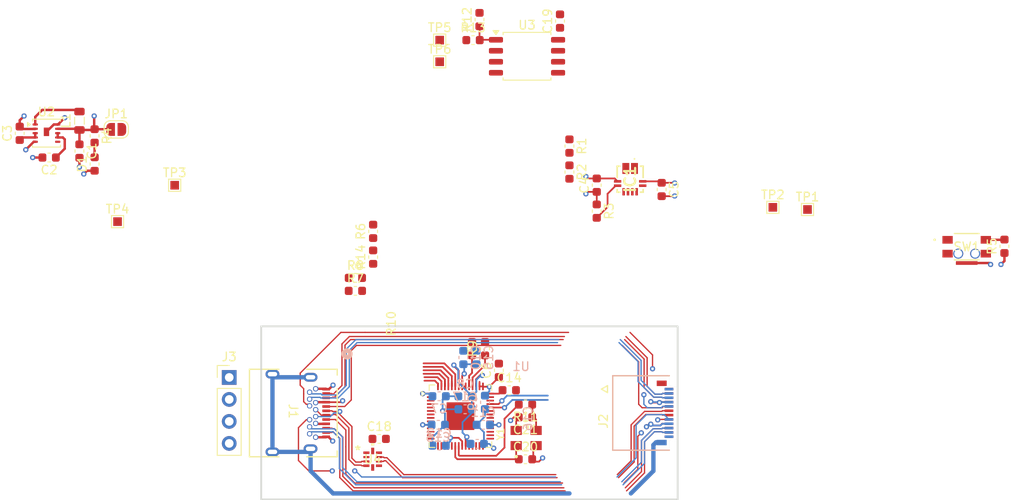
<source format=kicad_pcb>
(kicad_pcb (version 20241229) (generator "pcbnew") (generator_version "9.0")
  (layers (0 "F.Cu" signal) (4 "In1.Cu" signal) (6 "In2.Cu" signal) (2 "B.Cu" signal) (13 "F.Paste" user) (15 "B.Paste" user) (5 "F.SilkS" user "F.Silkscreen") (7 "B.SilkS" user "B.Silkscreen") (1 "F.Mask" user) (3 "B.Mask" user) (25 "Edge.Cuts" user))
  (net 0 "")
  (net 1 "/Vout")
  (net 2 "GND")
  (net 3 "VBUS_SRC")
  (net 4 "Net-(U2-FSW)")
  (net 5 "+3.3V")
  (net 6 "Net-(D1-A)")
  (net 7 "Net-(IC1-~{OCD})")
  (net 11 "VBUS_DEV")
  (net 12 "/Vcurr")
  (net 14 "/SDA")
  (net 15 "/SCL")
  (net 16 "Net-(U2-VOUT)")
  (net 17 "/Vmeas")
  (net 18 "/button1")
  (net 19 "/USB_S")
  (net 20 "/RP_D-")
  (net 21 "/RP_D+")
  (net 26 "/XIN")
  (net 31 "Net-(C21-Pad1)")
  (net 37 "Net-(U1-USB_DM)")
  (net 38 "Net-(U1-USB_DP)")
  (net 39 "/XOUT")
  (net 49 "/QSPI_SS")
  (net 50 "Net-(R13-Pad1)")
  (net 51 "/QSPI_SD0")
  (net 59 "/DEV_D-")
  (net 60 "/D-")
  (net 61 "/D+")
  (net 62 "/DEV_D+")
  (net 63 "/TX1+")
  (net 64 "/TX2+")
  (net 65 "/CC2")
  (net 66 "/RX1+")
  (net 67 "/RX2-")
  (net 68 "/CC1")
  (net 69 "/SBU1")
  (net 70 "/RX2+")
  (net 71 "/SBU2")
  (net 72 "/TX1-")
  (net 73 "/RX1-")
  (net 74 "/TX2-")
  (net 80 "/USB_Shield")
  (net 81 "/DVDD")
  (net 82 "/QSPI_SCLK")
  (net 83 "/QSPI_SD1")
  (net 84 "/QSPI_SD3")
  (net 85 "/QSPI_SD2")
  (footprint "Capacitor_SMD:C_0603_1608Metric" (layer "F.Cu") (at 157.525 103.35)
    (property "Reference" "C20")
    (property "Value" "15pF")
  )
  (footprint "MCS1826GQTE-05-P:MCS1826GQTE05P" (layer "F.Cu") (at 169.614762 71 -90)
    (property "Reference" "IC1")
    (property "Value" "MCS1826GQTE-05-P" (hide yes))
  )
  (footprint "Capacitor_SMD:C_0603_1608Metric" (layer "F.Cu") (at 106 67.75 -90)
    (property "Reference" "C1")
    (property "Value" "2.2uF")
  )
  (footprint "TS3USB221AQRSERQ1:RSE10" (layer "F.Cu") (at 139.8726 103.35)
    (property "Reference" "U4")
    (property "Value" "TS3USB221AQRSERQ1")
  )
  (footprint "ABM8-272-T3:XTAL_ABM8-272-T3" (layer "F.Cu") (at 157.6 100.9 90)
    (property "Reference" "Y1")
    (property "Value" "ABM8-272-T3")
  )
  (footprint "Connector_PinHeader_2.54mm:PinHeader_1x04_P2.54mm_Vertical" (layer "F.Cu") (at 123.3 93.9)
    (property "Reference" "J3")
    (property "Value" "OLED")
  )
  (footprint "TestPoint:TestPoint_Pad_1.0x1.0mm" (layer "F.Cu") (at 186.1 74.25)
    (property "Reference" "TP2")
    (property "Value" "TestPoint")
  )
  (footprint "TestPoint:TestPoint_Pad_1.0x1.0mm" (layer "F.Cu") (at 110.4 75.9)
    (property "Reference" "TP4")
    (property "Value" "TestPoint")
  )
  (footprint "KMS231GPLFS:SMT_231GPLFS" (layer "F.Cu") (at 208.4919 78.801252)
    (property "Reference" "SW1")
    (property "Value" "SW_Push_Dual")
  )
  (footprint "TestPoint:TestPoint_Pad_1.0x1.0mm" (layer "F.Cu") (at 147.6125 54.935)
    (property "Reference" "TP5")
    (property "Value" "TestPoint")
  )
  (footprint "Capacitor_SMD:C_0603_1608Metric" (layer "F.Cu") (at 107.75 69.25 90)
    (property "Reference" "D1")
    (property "Value" "LED")
  )
  (footprint "Capacitor_SMD:C_0603_1608Metric" (layer "F.Cu") (at 139.925 80 90)
    (property "Reference" "R14")
    (property "Value" "DNF")
  )
  (footprint "Jumper:SolderJumper-2_P1.3mm_Open_RoundedPad1.0x1.5mm" (layer "F.Cu") (at 110.25 65.25)
    (property "Reference" "JP1")
    (property "Value" "SJ_NO")
  )
  (footprint "Capacitor_SMD:C_0603_1608Metric" (layer "F.Cu") (at 162.6 70.175 -90)
    (property "Reference" "R2")
    (property "Value" "2.2kR")
  )
  (footprint "Package_DFN_QFN:ST_DFN-10-1EP_3x3mm_P0.5mm_EP0.62x0.98mm" (layer "F.Cu") (at 102.19 65.68)
    (property "Reference" "U2")
    (property "Value" "L7983PU33R")
  )
  (footprint "Capacitor_SMD:C_0603_1608Metric" (layer "F.Cu") (at 151.4625 54.935)
    (property "Reference" "R13")
    (property "Value" "1kR")
  )
  (footprint "USB4056-03-A:CONN24_4056-03-A_GCT" (layer "F.Cu") (at 134.5 95.259306 -90)
    (property "Reference" "J1")
    (property "Value" "USB_C_Receptacle")
  )
  (footprint "Inductor_SMD:L_0805_2012Metric" (layer "F.Cu") (at 106 64.25 90)
    (property "Reference" "L1")
    (property "Value" "47uH")
  )
  (footprint "TestPoint:TestPoint_Pad_1.0x1.0mm" (layer "F.Cu") (at 190.1 74.5)
    (property "Reference" "TP1")
    (property "Value" "TestPoint")
  )
  (footprint "Capacitor_SMD:C_0603_1608Metric" (layer "F.Cu") (at 151.35 90.575 90)
    (property "Reference" "R10")
    (property "Value" "27")
  )
  (footprint "Capacitor_SMD:C_0603_1608Metric" (layer "F.Cu") (at 102.5 68.5 180)
    (property "Reference" "C2")
    (property "Value" "1uF")
  )
  (footprint "Capacitor_SMD:C_0603_1608Metric" (layer "F.Cu") (at 155.65 95.375)
    (property "Reference" "C14")
    (property "Value" "100nF")
  )
  (footprint "TestPoint:TestPoint_Pad_1.0x1.0mm" (layer "F.Cu") (at 117 71.7)
    (property "Reference" "TP3")
    (property "Value" "TestPoint")
  )
  (footprint "Capacitor_SMD:C_0603_1608Metric" (layer "F.Cu") (at 161.5125 52.735 90)
    (property "Reference" "C19")
    (property "Value" "100nF")
  )
  (footprint "TestPoint:TestPoint_Pad_1.0x1.0mm" (layer "F.Cu") (at 147.6125 57.435)
    (property "Reference" "TP6")
    (property "Value" "TestPoint")
  )
  (footprint "538-105444-0011:MOLEX_1054440011" (layer "F.Cu") (at 175.1 98 90)
    (property "Reference" "J2")
    (property "Value" "USB_C_Plug")
    (fp_line (start 4.3 -2) (end 4.3 -1.26) (stroke (width 0.01)) (layer "Edge.Cuts"))
    (fp_line (start -4.3 -1.26) (end -4.3 -2.025) (stroke (width 0.01)) (layer "Edge.Cuts"))
    (fp_line (start 4 -0.96) (end 3.35 -0.96) (stroke (width 0.01)) (layer "Edge.Cuts"))
    (fp_line (start -3.35 -0.96) (end -4 -0.96) (stroke (width 0.01)) (layer "Edge.Cuts"))
    (fp_line (start 3.05 -0.66) (end 3.05 -0.3) (stroke (width 0.01)) (layer "Edge.Cuts"))
    (fp_line (start -3.05 -0.3) (end -3.05 -0.66) (stroke (width 0.01)) (layer "Edge.Cuts"))
    (fp_line (start 2.75 0) (end -2.75 0) (stroke (width 0.01)) (layer "Edge.Cuts"))
    (fp_arc (start 4.3 -1.26) (mid 4.212132 -1.047868) (end 4 -0.96) (stroke (width 0.01)) (layer "Edge.Cuts"))
    (fp_arc (start -3.35 -0.96) (mid -3.137868 -0.872132) (end -3.05 -0.66) (stroke (width 0.01)) (layer "Edge.Cuts"))
    (fp_arc (start -4 -0.96) (mid -4.212132 -1.047868) (end -4.3 -1.26) (stroke (width 0.01)) (layer "Edge.Cuts"))
    (fp_arc (start 3.05 -0.66) (mid 3.137868 -0.872132) (end 3.35 -0.96) (stroke (width 0.01)) (layer "Edge.Cuts"))
    (fp_arc (start 3.05 -0.3) (mid 2.962132 -0.087868) (end 2.75 0) (stroke (width 0.01)) (layer "Edge.Cuts"))
    (fp_arc (start -2.75 0) (mid -2.962132 -0.087868) (end -3.05 -0.3) (stroke (width 0.01)) (layer "Edge.Cuts"))
  )
  (footprint "Capacitor_SMD:C_0603_1608Metric" (layer "F.Cu") (at 137.875 83.9)
    (property "Reference" "R7")
    (property "Value" "2.2kR")
  )
  (footprint "Capacitor_SMD:C_0603_1608Metric" (layer "F.Cu") (at 139.925 77.025 90)
    (property "Reference" "R6")
    (property "Value" "2.2kR")
  )
  (footprint "Capacitor_SMD:C_0603_1608Metric" (layer "F.Cu") (at 140.625 101)
    (property "Reference" "C18")
    (property "Value" "1uF")
  )
  (footprint "Capacitor_SMD:C_0603_1608Metric" (layer "F.Cu") (at 212.85 78.75 90)
    (property "Reference" "R5")
    (property "Value" "2.2kR")
  )
  (footprint "Capacitor_SMD:C_0603_1608Metric" (layer "F.Cu") (at 157.525 98.5 180)
    (property "Reference" "C21")
    (property "Value" "15pF")
  )
  (footprint "Capacitor_SMD:C_0603_1608Metric" (layer "F.Cu") (at 165.754762 71.69 90)
    (property "Reference" "C4")
    (property "Value" "100nF")
  )
  (footprint "Capacitor_SMD:C_0603_1608Metric" (layer "F.Cu") (at 152.85 90.575 90)
    (property "Reference" "R9")
    (property "Value" "27")
  )
  (footprint "Capacitor_SMD:C_0603_1608Metric" (layer "F.Cu") (at 157.525 97.025 180)
    (property "Reference" "R11")
    (property "Value" "1kR")
  )
  (footprint "Package_DFN_QFN:QFN-56-1EP_7x7mm_P0.4mm_EP3.2x3.2mm" (layer "F.Cu") (at 150.0125 98.375)
    (property "Reference" "U1")
    (property "Value" "RP2040")
  )
  (footprint "Capacitor_SMD:C_0603_1608Metric" (layer "F.Cu") (at 107.75 66 -90)
    (property "Reference" "R4")
    (property "Value" "500R")
  )
  (footprint "Capacitor_SMD:C_0603_1608Metric" (layer "F.Cu") (at 173.254762 72.19 -90)
    (property "Reference" "C5")
    (property "Value" "1uF")
  )
  (footprint "Capacitor_SMD:C_0603_1608Metric" (layer "F.Cu") (at 137.875 82.4)
    (property "Reference" "R8")
    (property "Value" "2.2kR")
  )
  (footprint "Capacitor_SMD:C_0603_1608Metric" (layer "F.Cu") (at 162.6 67.175 -90)
    (property "Reference" "R1")
    (property "Value" "32kR")
  )
  (footprint "Package_SO:SOIC-8_5.3x5.3mm_P1.27mm" (layer "F.Cu") (at 157.7 56.8)
    (property "Reference" "U3")
    (property "Value" "W25Q16JVSS")
  )
  (footprint "Capacitor_SMD:C_0603_1608Metric" (layer "F.Cu") (at 165.754762 74.69 -90)
    (property "Reference" "R3")
    (property "Value" "2.2kR")
  )
  (footprint "Capacitor_SMD:C_0603_1608Metric" (layer "F.Cu") (at 154.45 93.075 90)
    (property "Reference" "C6")
    (property "Value" "100nF")
  )
  (footprint "Capacitor_SMD:C_0603_1608Metric" (layer "F.Cu") (at 152.2125 52.56 90)
    (property "Reference" "R12")
    (property "Value" "DNF")
  )
  (footprint "Capacitor_SMD:C_0603_1608Metric" (layer "F.Cu") (at 99.1 65.7 90)
    (property "Reference" "C3")
    (property "Value" "470nF")
  )
  (footprint "Capacitor_SMD:C_0603_1608Metric" (layer "B.Cu") (at 150.55 96.075 180)
    (property "Reference" "C8")
    (property "Value" "100nF")
  )
  (footprint "Capacitor_SMD:C_0603_1608Metric" (layer "B.Cu") (at 147.55 101.775 180)
    (property "Reference" "C12")
    (property "Value" "100nF")
  )
  (footprint "Capacitor_SMD:C_0603_1608Metric" (layer "B.Cu") (at 152.65 99.375 180)
    (property "Reference" "C11")
    (property "Value" "100nF")
  )
  (footprint "Capacitor_SMD:C_0603_1608Metric" (layer "B.Cu") (at 147.45 99.375)
    (property "Reference" "C13")
    (property "Value" "100nF")
  )
  (footprint "Capacitor_SMD:C_0603_1608Metric" (layer "B.Cu") (at 147.55 96.075)
    (property "Reference" "C7")
    (property "Value" "100nF")
  )
  (footprint "Capacitor_SMD:C_0603_1608Metric" (layer "B.Cu") (at 151.85 91.6 90)
    (property "Reference" "C15")
    (property "Value" "100nF")
  )
  (footprint "Capacitor_SMD:C_0603_1608Metric" (layer "B.Cu") (at 151.95 101.575)
    (property "Reference" "C16")
    (property "Value" "100nF")
  )
  (footprint "Capacitor_SMD:C_0603_1608Metric" (layer "B.Cu") (at 150.55 97.575 180)
    (property "Reference" "C17")
    (property "Value" "1uF")
  )
  (footprint "Capacitor_SMD:C_0603_1608Metric" (layer "B.Cu") (at 150.35 91.6 90)
    (property "Reference" "C10")
    (property "Value" "100nF")
  )
  (footprint "Capacitor_SMD:C_0603_1608Metric" (layer "B.Cu") (at 152.85 96.775 -90)
    (property "Reference" "C9")
    (property "Value" "1uF")
  )
  (gr_rect (start 127 88) (end 175.1 108) (stroke (width 0.2)) (fill no) (layer "Edge.Cuts"))
  (segment (start 107.7 65.175) (end 107.75 65.225) (width 0.28) (layer "F.Cu") (net 1))
  (segment (start 100.72 66.68) (end 99.8 67.6) (width 0.28) (layer "F.Cu") (net 1))
  (segment (start 105.8675 65.18) (end 106 65.3125) (width 0.28) (layer "F.Cu") (net 1))
  (segment (start 106 65.3125) (end 106 66.975) (width 0.28) (layer "F.Cu") (net 1))
  (segment (start 100.89 66.68) (end 100.72 66.68) (width 0.28) (layer "F.Cu") (net 1))
  (segment (start 107.75 65.225) (end 109.575 65.225) (width 0.28) (layer "F.Cu") (net 1))
  (segment (start 106 65.3125) (end 107.6625 65.3125) (width 0.28) (layer "F.Cu") (net 1))
  (segment (start 103.49 65.18) (end 105.8675 65.18) (width 0.28) (layer "F.Cu") (net 1))
  (segment (start 109.575 65.225) (end 109.6 65.25) (width 0.28) (layer "F.Cu") (net 1))
  (segment (start 107.7 63.7) (end 107.7 65.175) (width 0.28) (layer "F.Cu") (net 1))
  (segment (start 107.6625 65.3125) (end 107.75 65.225) (width 0.28) (layer "F.Cu") (net 1))
  (via (at 99.8 67.6) (size 0.6) (drill 0.3) (layers "F.Cu" "B.Cu") (net 1))
  (via (at 107.7 63.7) (size 0.6) (drill 0.3) (layers "F.Cu" "B.Cu") (net 1))
  (segment (start 99.1 64.925) (end 99.1 64.2) (width 0.28) (layer "F.Cu") (net 2))
  (segment (start 173.254762 72.965) (end 174.729762 72.965) (width 0.2) (layer "F.Cu") (net 2))
  (segment (start 133.285 95.209806) (end 134.4505 95.209806) (width 0.28) (layer "F.Cu") (net 2))
  (segment (start 156.45 98.825) (end 156.775 98.5) (width 0.2) (layer "F.Cu") (net 2))
  (segment (start 133.285 100.810192) (end 134.4505 100.810192) (width 0.28) (layer "F.Cu") (net 2))
  (segment (start 100.87 65.2) (end 100.89 65.18) (width 0.28) (layer "F.Cu") (net 2))
  (segment (start 164.729762 70.915) (end 164.504762 70.69) (width 0.2) (layer "F.Cu") (net 2))
  (segment (start 103.52 64.68) (end 104.3 63.9) (width 0.28) (layer "F.Cu") (net 2))
  (segment (start 99.1 64.2) (end 99.6 63.7) (width 0.28) (layer "F.Cu") (net 2))
  (segment (start 167.829762 70.915) (end 168.164762 71.25) (width 0.2) (layer "F.Cu") (net 2))
  (segment (start 103.49 64.68) (end 103.04 64.68) (width 0.28) (layer "F.Cu") (net 2))
  (segment (start 106 68.525) (end 106 69.6) (width 0.28) (layer "F.Cu") (net 2))
  (segment (start 156.175 98.5) (end 155.8 98.875) (width 0.2) (layer "F.Cu") (net 2))
  (segment (start 159.075 103.625) (end 159.5 103.2) (width 0.2) (layer "F.Cu") (net 2))
  (segment (start 165.754762 70.915) (end 167.829762 70.915) (width 0.2) (layer "F.Cu") (net 2))
  (segment (start 165.754762 70.915) (end 164.729762 70.915) (width 0.2) (layer "F.Cu") (net 2))
  (segment (start 135.25 101.25) (end 134.760692 100.760692) (width 0.28) (layer "F.Cu") (net 2))
  (segment (start 156.775 98.5) (end 156.175 98.5) (width 0.2) (layer "F.Cu") (net 2))
  (segment (start 134.820694 95.259306) (end 135.29 94.79) (width 0.28) (layer "F.Cu") (net 2))
  (segment (start 174.729762 72.965) (end 174.754762 72.94) (width 0.2) (layer "F.Cu") (net 2))
  (segment (start 103.49 64.68) (end 103.52 64.68) (width 0.28) (layer "F.Cu") (net 2))
  (segment (start 99.125 64.925) (end 99.4 65.2) (width 0.28) (layer "F.Cu") (net 2))
  (segment (start 134.4505 95.209806) (end 134.5 95.259306) (width 0.28) (layer "F.Cu") (net 2))
  (segment (start 158.425 103.625) (end 158.425 102.1) (width 0.2) (layer "F.Cu") (net 2))
  (segment (start 211.083252 80.683252) (end 211.25 80.85) (width 0.28) (layer "F.Cu") (net 2))
  (segment (start 158.425 103.625) (end 159.075 103.625) (width 0.2) (layer "F.Cu") (net 2))
  (segment (start 150.0125 98.375) (end 149.4125 97.775) (width 0.2) (layer "F.Cu") (net 2))
  (segment (start 134.760692 100.760692) (end 134.5 100.760692) (width 0.28) (layer "F.Cu") (net 2))
  (segment (start 158.425 102.1) (end 158.75 101.775) (width 0.2) (layer "F.Cu") (net 2))
  (segment (start 149.4125 97.775) (end 147.95 97.775) (width 0.2) (layer "F.Cu") (net 2))
  (segment (start 134.5 95.259306) (end 134.820694 95.259306) (width 0.28) (layer "F.Cu") (net 2))
  (segment (start 208.4919 80.683252) (end 211.083252 80.683252) (width 0.28) (layer "F.Cu") (net 2))
  (segment (start 106.875 70.025) (end 106.5 70.4) (width 0.28) (layer "F.Cu") (net 2))
  (segment (start 99.1 64.925) (end 99.125 64.925) (width 0.28) (layer "F.Cu") (net 2))
  (segment (start 107.75 70.025) (end 106.875 70.025) (width 0.28) (layer "F.Cu") (net 2))
  (segment (start 103.04 64.68) (end 102.19 65.53) (width 0.28) (layer "F.Cu") (net 2))
  (segment (start 99.4 65.2) (end 100.87 65.2) (width 0.28) (layer "F.Cu") (net 2))
  (segment (start 134.4505 100.810192) (end 134.5 100.760692) (width 0.28) (layer "F.Cu") (net 2))
  (segment (start 101.725 68.5) (end 100.6 68.5) (width 0.28) (layer "F.Cu") (net 2))
  (segment (start 156.45 100.025) (end 156.45 98.65) (width 0.2) (layer "F.Cu") (net 2))
  (via (at 106.5 70.4) (size 0.6) (drill 0.3) (layers "F.Cu" "B.Cu") (net 2))
  (via (at 104.3 63.9) (size 0.6) (drill 0.3) (layers "F.Cu" "B.Cu") (net 2))
  (via (at 174.754762 72.94) (size 0.6) (drill 0.3) (layers "F.Cu" "B.Cu") (net 2))
  (via (at 135.29 94.79) (size 0.6) (drill 0.3) (layers "F.Cu" "B.Cu") (net 2))
  (via (at 100.6 68.5) (size 0.6) (drill 0.3) (layers "F.Cu" "B.Cu") (net 2))
  (via (at 164.504762 70.69) (size 0.6) (drill 0.3) (layers "F.Cu" "B.Cu") (net 2))
  (via (at 211.25 80.85) (size 0.6) (drill 0.3) (layers "F.Cu" "B.Cu") (net 2))
  (via (at 155.8 98.875) (size 0.6) (drill 0.3) (layers "F.Cu" "B.Cu") (net 2))
  (via (at 135.25 101.25) (size 0.6) (drill 0.3) (layers "F.Cu" "B.Cu") (net 2))
  (via (at 153.85 102.075) (size 0.6) (drill 0.3) (layers "F.Cu" "B.Cu") (net 2))
  (via (at 106 69.6) (size 0.6) (drill 0.3) (layers "F.Cu" "B.Cu") (net 2))
  (via (at 159.5 103.2) (size 0.6) (drill 0.3) (layers "F.Cu" "B.Cu") (net 2))
  (via (at 147.95 97.775) (size 0.6) (drill 0.3) (layers "F.Cu" "B.Cu") (net 2))
  (via (at 99.6 63.7) (size 0.6) (drill 0.3) (layers "F.Cu" "B.Cu") (net 2))
  (segment (start 153.35 101.575) (end 153.85 102.075) (width 0.2) (layer "B.Cu") (net 2))
  (segment (start 152.725 100.225) (end 151.875 99.375) (width 0.2) (layer "B.Cu") (net 2))
  (segment (start 148.15 97.575) (end 147.95 97.775) (width 0.2) (layer "B.Cu") (net 2))
  (segment (start 152.85 97.55) (end 152.85 98.4) (width 0.2) (layer "B.Cu") (net 2))
  (segment (start 146.775 101.775) (end 146.775 100.825) (width 0.2) (layer "B.Cu") (net 2))
  (segment (start 146.775 100.825) (end 148.225 99.375) (width 0.2) (layer "B.Cu") (net 2))
  (segment (start 149.775 97.575) (end 148.15 97.575) (width 0.2) (layer "B.Cu") (net 2))
  (segment (start 148.225 98.05) (end 147.95 97.775) (width 0.2) (layer "B.Cu") (net 2))
  (segment (start 148.225 99.375) (end 148.225 98.05) (width 0.2) (layer "B.Cu") (net 2))
  (segment (start 152.725 101.575) (end 153.35 101.575) (width 0.2) (layer "B.Cu") (net 2))
  (segment (start 152.85 98.4) (end 151.875 99.375) (width 0.2) (layer "B.Cu") (net 2))
  (segment (start 147.95 96.45) (end 148.325 96.075) (width 0.2) (layer "B.Cu") (net 2))
  (segment (start 149.775 96.075) (end 148.325 96.075) (width 0.2) (layer "B.Cu") (net 2))
  (segment (start 152.725 101.575) (end 152.725 100.225) (width 0.2) (layer "B.Cu") (net 2))
  (segment (start 147.95 97.775) (end 147.95 96.45) (width 0.2) (layer "B.Cu") (net 2))
  (segment (start 173.099999 99.45) (end 172.15 99.45) (width 0.2) (layer "F.Cu") (net 3))
  (segment (start 104.08 66.18) (end 103.49 66.18) (width 0.28) (layer "F.Cu") (net 3))
  (segment (start 173 96.8) (end 172.1 96.8) (width 0.2) (layer "F.Cu") (net 3))
  (segment (start 174.1 96.75) (end 173.05 96.75) (width 0.2) (layer "F.Cu") (net 3))
  (segment (start 171.8 99.3) (end 172 99.3) (width 0.2) (layer "F.Cu") (net 3))
  (segment (start 103.49 65.68) (end 103.49 66.18) (width 0.28) (layer "F.Cu") (net 3))
  (segment (start 173.05 96.75) (end 173 96.8) (width 0.2) (layer "F.Cu") (net 3))
  (segment (start 173.299999 99.25) (end 173.099999 99.45) (width 0.2) (layer "F.Cu") (net 3))
  (segment (start 103.275 68.5) (end 104.3 67.475) (width 0.28) (layer "F.Cu") (net 3))
  (segment (start 104.3 66.4) (end 104.08 66.18) (width 0.28) (layer "F.Cu") (net 3))
  (segment (start 171.5 99.6) (end 171.8 99.3) (width 0.2) (layer "F.Cu") (net 3))
  (segment (start 104.3 67.475) (end 104.3 66.4) (width 0.28) (layer "F.Cu") (net 3))
  (segment (start 174.1 99.25) (end 173.299999 99.25) (width 0.2) (layer "F.Cu") (net 3))
  (segment (start 172.15 99.45) (end 172 99.3) (width 0.2) (layer "F.Cu") (net 3))
  (segment (start 172.1 96.8) (end 172 96.7) (width 0.2) (layer "F.Cu") (net 3))
  (via (at 171.5 99.6) (size 0.6) (drill 0.3) (layers "F.Cu" "B.Cu") (net 3))
  (via (at 172 99.3) (size 0.6) (drill 0.3) (layers "F.Cu" "B.Cu") (net 3))
  (via (at 172 96.7) (size 0.6) (drill 0.3) (layers "F.Cu" "B.Cu") (net 3))
  (via (at 173 96.8) (size 0.6) (drill 0.3) (layers "F.Cu" "B.Cu") (net 3))
  (segment (start 171.85 99.25) (end 171.5 99.6) (width 0.2) (layer "B.Cu") (net 3))
  (segment (start 173.319669 99.25) (end 173.119669 99.45) (width 0.2) (layer "B.Cu") (net 3))
  (segment (start 172.05 96.75) (end 172 96.7) (width 0.2) (layer "B.Cu") (net 3))
  (segment (start 174.1 99.25) (end 173.319669 99.25) (width 0.2) (layer "B.Cu") (net 3))
  (segment (start 173.119669 99.45) (end 172.15 99.45) (width 0.2) (layer "B.Cu") (net 3))
  (segment (start 174.1 96.75) (end 172.05 96.75) (width 0.2) (layer "B.Cu") (net 3))
  (segment (start 172.15 99.45) (end 172 99.3) (width 0.2) (layer "B.Cu") (net 3))
  (segment (start 100.89 66.18) (end 99.395 66.18) (width 0.28) (layer "F.Cu") (net 4))
  (segment (start 99.395 66.18) (end 99.1 66.475) (width 0.28) (layer "F.Cu") (net 4))
  (segment (start 100.89 65.68) (end 100.89 66.18) (width 0.28) (layer "F.Cu") (net 4))
  (segment (start 173.089244 71.249482) (end 173.254762 71.415) (width 0.2) (layer "F.Cu") (net 5))
  (segment (start 149.80886 100.875) (end 148.85 100.875) (width 0.2) (layer "F.Cu") (net 5))
  (segment (start 165.754762 72.465) (end 164.729762 72.465) (width 0.2) (layer "F.Cu") (net 5))
  (segment (start 152.65 94.975) (end 153.35 94.975) (width 0.2) (layer "F.Cu") (net 5))
  (segment (start 150.2125 93.7125) (end 150.45 93.475) (width 0.2) (layer "F.Cu") (net 5))
  (segment (start 150.6125 94.9375) (end 150.2125 94.9375) (width 0.2) (layer "F.Cu") (net 5))
  (segment (start 153.45 95.775) (end 154.475 95.775) (width 0.2) (layer "F.Cu") (net 5))
  (segment (start 150.2125 94.9375) (end 150.2125 93.7125) (width 0.2) (layer "F.Cu") (net 5))
  (segment (start 154.45 93.875) (end 153.35 94.975) (width 0.2) (layer "F.Cu") (net 5))
  (segment (start 146.575 95.775) (end 145.65 95.775) (width 0.2) (layer "F.Cu") (net 5))
  (segment (start 173.254762 71.415) (end 174.729762 71.415) (width 0.2) (layer "F.Cu") (net 5))
  (segment (start 152.2125 94.9375) (end 152.6125 94.9375) (width 0.2) (layer "F.Cu") (net 5))
  (segment (start 150.2125 101.8125) (end 150.2125 101.27864) (width 0.2) (layer "F.Cu") (net 5))
  (segment (start 146.575 99.375) (end 145.65 99.375) (width 0.2) (layer "F.Cu") (net 5))
  (segment (start 150.07943 101.14557) (end 149.80886 100.875) (width 0.2) (layer "F.Cu") (net 5))
  (segment (start 154.45 99.375) (end 153.45 99.375) (width 0.2) (layer "F.Cu") (net 5))
  (segment (start 174.729762 71.415) (end 174.754762 71.44) (width 0.2) (layer "F.Cu") (net 5))
  (segment (start 165.754762 72.465) (end 165.754762 73.915) (width 0.2) (layer "F.Cu") (net 5))
  (segment (start 171.064762 71.25) (end 171.06528 71.249482) (width 0.2) (layer "F.Cu") (net 5))
  (segment (start 152.2125 94.9375) (end 152.2125 94.4125) (width 0.2) (layer "F.Cu") (net 5))
  (segment (start 154.475 95.775) (end 154.875 95.375) (width 0.2) (layer "F.Cu") (net 5))
  (segment (start 152.6125 94.9375) (end 152.65 94.975) (width 0.2) (layer "F.Cu") (net 5))
  (segment (start 164.729762 72.465) (end 164.504762 72.69) (width 0.2) (layer "F.Cu") (net 5))
  (segment (start 212.85 79.525) (end 212.85 80.45) (width 0.28) (layer "F.Cu") (net 5))
  (segment (start 154.45 93.85) (end 154.45 93.875) (width 0.2) (layer "F.Cu") (net 5))
  (segment (start 212.85 80.45) (end 212.45 80.85) (width 0.28) (layer "F.Cu") (net 5))
  (segment (start 171.06528 71.249482) (end 173.089244 71.249482) (width 0.2) (layer "F.Cu") (net 5))
  (segment (start 150.2125 101.27864) (end 150.07943 101.14557) (width 0.2) (layer "F.Cu") (net 5))
  (via (at 212.45 80.85) (size 0.6) (drill 0.3) (layers "F.Cu" "B.Cu") (net 5))
  (via (at 154.45 99.375) (size 0.6) (drill 0.3) (layers "F.Cu" "B.Cu") (net 5))
  (via (at 174.754762 71.44) (size 0.6) (drill 0.3) (layers "F.Cu" "B.Cu") (net 5))
  (via (at 164.504762 72.69) (size 0.6) (drill 0.3) (layers "F.Cu" "B.Cu") (net 5))
  (via (at 153.35 94.975) (size 0.6) (drill 0.3) (layers "F.Cu" "B.Cu") (net 5))
  (via (at 150.45 93.475) (size 0.6) (drill 0.3) (layers "F.Cu" "B.Cu") (net 5))
  (via (at 145.65 95.775) (size 0.6) (drill 0.3) (layers "F.Cu" "B.Cu") (net 5))
  (via (at 148.85 100.875) (size 0.6) (drill 0.3) (layers "F.Cu" "B.Cu") (net 5))
  (via (at 145.65 99.375) (size 0.6) (drill 0.3) (layers "F.Cu" "B.Cu") (net 5))
  (segment (start 153.425 99.375) (end 154.45 99.375) (width 0.2) (layer "B.Cu") (net 5))
  (segment (start 145.65 99.375) (end 146.675 99.375) (width 0.2) (layer "B.Cu") (net 5))
  (segment (start 153.35 94.975) (end 153.35 95.5) (width 0.2) (layer "B.Cu") (net 5))
  (segment (start 146.475 95.775) (end 146.775 96.075) (width 0.2) (layer "B.Cu") (net 5))
  (segment (start 150.45 93.475) (end 150.45 92.475) (width 0.2) (layer "B.Cu") (net 5))
  (segment (start 148.85 101.25) (end 148.325 101.775) (width 0.2) (layer "B.Cu") (net 5))
  (segment (start 145.65 95.775) (end 146.475 95.775) (width 0.2) (layer "B.Cu") (net 5))
  (segment (start 153.35 95.5) (end 152.85 96) (width 0.2) (layer "B.Cu") (net 5))
  (segment (start 151.85 92.375) (end 150.35 92.375) (width 0.2) (layer "B.Cu") (net 5))
  (segment (start 150.45 92.475) (end 150.35 92.375) (width 0.2) (layer "B.Cu") (net 5))
  (segment (start 148.85 100.875) (end 148.85 101.25) (width 0.2) (layer "B.Cu") (net 5))
  (segment (start 107.75 68.475) (end 107.75 66.775) (width 0.28) (layer "F.Cu") (net 6))
  (segment (start 167.944762 71.75) (end 168.164762 71.75) (width 0.2) (layer "F.Cu") (net 7))
  (segment (start 165.754762 75.465) (end 167.004762 74.215) (width 0.2) (layer "F.Cu") (net 7))
  (segment (start 167.004762 74.215) (end 167.004762 72.69) (width 0.2) (layer "F.Cu") (net 7))
  (segment (start 167.004762 72.69) (end 167.944762 71.75) (width 0.2) (layer "F.Cu") (net 7))
  (segment (start 133.3355 96.759684) (end 133.285 96.810184) (width 0.28) (layer "F.Cu") (net 11))
  (segment (start 134.5 96.759684) (end 133.3355 96.759684) (width 0.28) (layer "F.Cu") (net 11))
  (segment (start 136.240316 96.759684) (end 136.4 96.6) (width 0.2) (layer "F.Cu") (net 11))
  (segment (start 134.5 96.759684) (end 136.240316 96.759684) (width 0.2) (layer "F.Cu") (net 11))
  (segment (start 133.3355 99.260314) (end 133.285 99.209814) (width 0.28) (layer "F.Cu") (net 11))
  (segment (start 134.5 99.260314) (end 133.3355 99.260314) (width 0.28) (layer "F.Cu") (net 11))
  (via (at 136.4 96.6) (size 0.6) (drill 0.3) (layers "F.Cu" "B.Cu") (net 11))
  (segment (start 153.45 97.375) (end 155.075 97.375) (width 0.2) (layer "F.Cu") (net 12))
  (segment (start 155.075 97.375) (end 155.1 97.4) (width 0.2) (layer "F.Cu") (net 12))
  (via (at 155.1 97.4) (size 0.6) (drill 0.3) (layers "F.Cu" "B.Cu") (net 12))
  (segment (start 155.1 97.4) (end 156 96.5) (width 0.2) (layer "B.Cu") (net 12))
  (segment (start 156 96.5) (end 160.1 96.5) (width 0.2) (layer "B.Cu") (net 12))
  (segment (start 101.7 63) (end 105.8125 63) (width 0.28) (layer "F.Cu") (net 16))
  (segment (start 105.8125 63) (end 106 63.1875) (width 0.28) (layer "F.Cu") (net 16))
  (segment (start 100.89 64.68) (end 100.89 63.81) (width 0.28) (layer "F.Cu") (net 16))
  (segment (start 100.89 63.81) (end 101.7 63) (width 0.28) (layer "F.Cu") (net 16))
  (segment (start 153.45 96.975) (end 154.425 96.975) (width 0.2) (layer "F.Cu") (net 17))
  (segment (start 154.425 96.975) (end 154.8 96.6) (width 0.2) (layer "F.Cu") (net 17))
  (via (at 154.8 96.6) (size 0.6) (drill 0.3) (layers "F.Cu" "B.Cu") (net 17))
  (segment (start 154.8 96.6) (end 155.4 96) (width 0.2) (layer "B.Cu") (net 17))
  (segment (start 156.7 96) (end 160.1 96) (width 0.2) (layer "B.Cu") (net 17))
  (segment (start 155.4 96) (end 156.7 96) (width 0.2) (layer "B.Cu") (net 17))
  (segment (start 210.7017 78.001251) (end 212.823749 78.001251) (width 0.28) (layer "F.Cu") (net 18))
  (segment (start 212.823749 78.001251) (end 212.85 77.975) (width 0.28) (layer "F.Cu") (net 18))
  (segment (start 156.875 103.625) (end 156.45 103.2) (width 0.2) (layer "F.Cu") (net 26))
  (segment (start 156.45 103.2) (end 156.45 101.775) (width 0.2) (layer "F.Cu") (net 26))
  (segment (start 149.65 103.35) (end 156.75 103.35) (width 0.2) (layer "F.Cu") (net 26))
  (segment (start 149.4125 101.8125) (end 149.4125 103.1125) (width 0.2) (layer "F.Cu") (net 26))
  (segment (start 149.4125 103.1125) (end 149.65 103.35) (width 0.2) (layer "F.Cu") (net 26))
  (segment (start 158.325 98.5) (end 158.325 97) (width 0.2) (layer "F.Cu") (net 31))
  (segment (start 158.325 98.5) (end 158.75 98.925) (width 0.2) (layer "F.Cu") (net 31))
  (segment (start 158.75 98.75) (end 158.75 100.025) (width 0.2) (layer "F.Cu") (net 31))
  (segment (start 158.325 97) (end 158.35 96.975) (width 0.2) (layer "F.Cu") (net 31))
  (segment (start 151.4125 93.9125) (end 152.85 92.475) (width 0.2) (layer "F.Cu") (net 37))
  (segment (start 152.85 92.475) (end 152.85 91.35) (width 0.2) (layer "F.Cu") (net 37))
  (segment (start 151.4125 94.9375) (end 151.4125 93.9125) (width 0.2) (layer "F.Cu") (net 37))
  (segment (start 151.0125 94.9375) (end 151.0125 93.7125) (width 0.2) (layer "F.Cu") (net 38))
  (segment (start 151.0125 94.9375) (end 151.0125 94.0375) (width 0.2) (layer "F.Cu") (net 38))
  (segment (start 151.0125 93.7125) (end 151.35 93.375) (width 0.2) (layer "F.Cu") (net 38))
  (segment (start 151.35 93.375) (end 151.35 91.35) (width 0.2) (layer "F.Cu") (net 38))
  (segment (start 149.9 102.95) (end 154.15 102.95) (width 0.2) (layer "F.Cu") (net 39))
  (segment (start 155.1 102) (end 155.1 98.675) (width 0.2) (layer "F.Cu") (net 39))
  (segment (start 149.8125 101.8125) (end 149.8125 102.8625) (width 0.2) (layer "F.Cu") (net 39))
  (segment (start 154.15 102.95) (end 155.1 102) (width 0.2) (layer "F.Cu") (net 39))
  (segment (start 149.8125 102.8625) (end 149.9 102.95) (width 0.2) (layer "F.Cu") (net 39))
  (segment (start 155.1 98.675) (end 156.75 97.025) (width 0.2) (layer "F.Cu") (net 39))
  (segment (start 152.2125 53.335) (end 152.2125 54.91) (width 0.2) (layer "F.Cu") (net 49))
  (segment (start 147.05 94.275) (end 145.85 94.275) (width 0.2) (layer "F.Cu") (net 49))
  (segment (start 147.15 94.375) (end 147.05 94.275) (width 0.2) (layer "F.Cu") (net 49))
  (segment (start 147.4125 94.6375) (end 147.15 94.375) (width 0.2) (layer "F.Cu") (net 49))
  (segment (start 147.4125 94.9375) (end 147.4125 94.6375) (width 0.2) (layer "F.Cu") (net 49))
  (segment (start 152.2125 54.91) (end 152.2375 54.935) (width 0.2) (layer "F.Cu") (net 49))
  (segment (start 152.2775 54.895) (end 152.2375 54.935) (width 0.2) (layer "F.Cu") (net 49))
  (segment (start 154.1125 54.895) (end 152.2775 54.895) (width 0.2) (layer "F.Cu") (net 49))
  (segment (start 147.715686 93.075) (end 145.75 93.075) (width 0.2) (layer "F.Cu") (net 51))
  (segment (start 148.6125 93.971814) (end 148.082843 93.442157) (width 0.2) (layer "F.Cu") (net 51))
  (segment (start 148.6125 94.275) (end 148.6125 93.971814) (width 0.2) (layer "F.Cu") (net 51))
  (segment (start 148.082843 93.442157) (end 147.715686 93.075) (width 0.2) (layer "F.Cu") (net 51))
  (segment (start 148.6125 94.9375) (end 148.6125 94.275) (width 0.2) (layer "F.Cu") (net 51))
  (segment (start 133.304836 97.622436) (end 133.942462 98.260062) (width 0.15) (layer "F.Cu") (net 59))
  (segment (start 134.5 98.260062) (end 135.166751 98.260062) (width 0.15) (layer "F.Cu") (net 59))
  (segment (start 137.125 99.719974) (end 137.125 103.372488) (width 0.15) (layer "F.Cu") (net 59))
  (segment (start 135.590025 98.184999) (end 137.125 99.719974) (width 0.15) (layer "F.Cu") (net 59))
  (segment (start 138.616562 104.100001) (end 139.1452 104.100001) (width 0.15) (layer "F.Cu") (net 59))
  (segment (start 135.241814 98.184999) (end 135.590025 98.184999) (width 0.15) (layer "F.Cu") (net 59))
  (segment (start 133.942462 98.260062) (end 134.5 98.260062) (width 0.15) (layer "F.Cu") (net 59))
  (segment (start 137.777512 104.025) (end 138.541561 104.025) (width 0.15) (layer "F.Cu") (net 59))
  (segment (start 133.285 97.622436) (end 133.304836 97.622436) (width 0.15) (layer "F.Cu") (net 59))
  (segment (start 137.125 103.372488) (end 137.777512 104.025) (width 0.15) (layer "F.Cu") (net 59))
  (segment (start 138.541561 104.025) (end 138.616562 104.100001) (width 0.15) (layer "F.Cu") (net 59))
  (segment (start 135.166751 98.260062) (end 135.241814 98.184999) (width 0.15) (layer "F.Cu") (net 59))
  (segment (start 168.272488 105.475) (end 170.075 103.672488) (width 0.15) (layer "F.Cu") (net 60))
  (segment (start 141.128638 103.6) (end 141.203638 103.525) (width 0.15) (layer "F.Cu") (net 60))
  (segment (start 140.6 103.6) (end 141.128638 103.6) (width 0.15) (layer "F.Cu") (net 60))
  (segment (start 170.075 99.525) (end 171.425 98.175) (width 0.15) (layer "F.Cu") (net 60))
  (segment (start 143.327512 105.475) (end 161.172488 105.475) (width 0.15) (layer "F.Cu") (net 60))
  (segment (start 170.075 103.672488) (end 170.075 99.525) (width 0.15) (layer "F.Cu") (net 60))
  (segment (start 173.349999 98.25) (end 174.1 98.25) (width 0.15) (layer "F.Cu") (net 60))
  (segment (start 173.274999 98.175) (end 173.349999 98.25) (width 0.15) (layer "F.Cu") (net 60))
  (segment (start 141.377512 103.525) (end 143.327512 105.475) (width 0.15) (layer "F.Cu") (net 60))
  (segment (start 141.203638 103.525) (end 141.377512 103.525) (width 0.15) (layer "F.Cu") (net 60))
  (segment (start 171.425 98.175) (end 173.274999 98.175) (width 0.15) (layer "F.Cu") (net 60))
  (segment (start 173.349999 97.75) (end 174.1 97.75) (width 0.15) (layer "F.Cu") (net 61))
  (segment (start 173.274999 97.825) (end 173.349999 97.75) (width 0.15) (layer "F.Cu") (net 61))
  (segment (start 143.472488 105.125) (end 161.027512 105.125) (width 0.15) (layer "F.Cu") (net 61))
  (segment (start 141.128638 103.1) (end 141.203638 103.175) (width 0.15) (layer "F.Cu") (net 61))
  (segment (start 140.6 103.1) (end 141.128638 103.1) (width 0.15) (layer "F.Cu") (net 61))
  (segment (start 168.127512 105.125) (end 169.725 103.527512) (width 0.15) (layer "F.Cu") (net 61))
  (segment (start 141.522488 103.175) (end 143.472488 105.125) (width 0.15) (layer "F.Cu") (net 61))
  (segment (start 169.725 99.380026) (end 171.280026 97.825) (width 0.15) (layer "F.Cu") (net 61))
  (segment (start 171.280026 97.825) (end 173.274999 97.825) (width 0.15) (layer "F.Cu") (net 61))
  (segment (start 141.203638 103.175) (end 141.522488 103.175) (width 0.15) (layer "F.Cu") (net 61))
  (segment (start 169.725 103.527512) (end 169.725 99.380026) (width 0.15) (layer "F.Cu") (net 61))
  (segment (start 137.475 103.227512) (end 137.922489 103.675001) (width 0.15) (layer "F.Cu") (net 62))
  (segment (start 135.166751 97.759936) (end 135.241814 97.834999) (width 0.15) (layer "F.Cu") (net 62))
  (segment (start 137.475 99.575) (end 137.475 103.227512) (width 0.15) (layer "F.Cu") (net 62))
  (segment (start 138.541561 103.675001) (end 138.616562 103.6) (width 0.15) (layer "F.Cu") (net 62))
  (segment (start 135.241814 97.834999) (end 135.734999 97.834999) (width 0.15) (layer "F.Cu") (net 62))
  (segment (start 135.734999 97.834999) (end 137.475 99.575) (width 0.15) (layer "F.Cu") (net 62))
  (segment (start 138.616562 103.6) (end 139.1452 103.6) (width 0.15) (layer "F.Cu") (net 62))
  (segment (start 134.5 97.759936) (end 135.166751 97.759936) (width 0.15) (layer "F.Cu") (net 62))
  (segment (start 137.922489 103.675001) (end 138.541561 103.675001) (width 0.15) (layer "F.Cu") (net 62))
  (via (at 136.06645 97.837042) (size 0.6) (drill 0.3) (layers "F.Cu" "B.Cu") (net 62))
  (segment (start 135.4 98) (end 134.977438 98.422562) (width 0.15) (layer "B.Cu") (net 62))
  (segment (start 134.977438 98.422562) (end 133.285 98.422562) (width 0.15) (layer "B.Cu") (net 62))
  (segment (start 136.06645 97.837042) (end 135.903492 98) (width 0.15) (layer "B.Cu") (net 62))
  (segment (start 135.903492 98) (end 135.4 98) (width 0.15) (layer "B.Cu") (net 62))
  (segment (start 172.472488 95.825) (end 173.274999 95.825) (width 0.15) (layer "F.Cu") (net 63))
  (segment (start 135.241814 95.834495) (end 135.318017 95.834495) (width 0.15) (layer "F.Cu") (net 63))
  (segment (start 173.349999 95.75) (end 174.1 95.75) (width 0.15) (layer "F.Cu") (net 63))
  (segment (start 169.122488 89.175) (end 171.575 91.627512) (width 0.15) (layer "F.Cu") (net 63))
  (segment (start 171.575 91.627512) (end 171.575 94.927512) (width 0.15) (layer "F.Cu") (net 63))
  (segment (start 171.575 94.927512) (end 172.472488 95.825) (width 0.15) (layer "F.Cu") (net 63))
  (segment (start 135.166751 95.759432) (end 135.241814 95.834495) (width 0.15) (layer "F.Cu") (net 63))
  (segment (start 136.325 90.027512) (end 137.177512 89.175) (width 0.15) (layer "F.Cu") (net 63))
  (segment (start 137.177512 89.175) (end 162.022488 89.175) (width 0.15) (layer "F.Cu") (net 63))
  (segment (start 173.274999 95.825) (end 173.349999 95.75) (width 0.15) (layer "F.Cu") (net 63))
  (segment (start 136.325 94.827512) (end 136.325 90.027512) (width 0.15) (layer "F.Cu") (net 63))
  (segment (start 135.318017 95.834495) (end 136.325 94.827512) (width 0.15) (layer "F.Cu") (net 63))
  (segment (start 134.5 95.759432) (end 135.166751 95.759432) (width 0.15) (layer "F.Cu") (net 63))
  (segment (start 172.419974 100.175) (end 173.274999 100.175) (width 0.15) (layer "B.Cu") (net 64))
  (segment (start 136.025 104.419974) (end 137.905026 106.3) (width 0.15) (layer "B.Cu") (net 64))
  (segment (start 171.275 101.319974) (end 172.419974 100.175) (width 0.15) (layer "B.Cu") (net 64))
  (segment (start 168.794974 106.3) (end 171.275 103.819974) (width 0.15) (layer "B.Cu") (net 64))
  (segment (start 132.810063 100.185003) (end 135.290029 100.185003) (width 0.15) (layer "B.Cu") (net 64))
  (segment (start 173.274999 100.175) (end 173.349999 100.25) (width 0.15) (layer "B.Cu") (net 64))
  (segment (start 135.290029 100.185003) (end 136.025 100.919974) (width 0.15) (layer "B.Cu") (net 64))
  (segment (start 173.349999 100.25) (end 174.1 100.25) (width 0.15) (layer "B.Cu") (net 64))
  (segment (start 136.025 100.919974) (end 136.025 104.419974) (width 0.15) (layer "B.Cu") (net 64))
  (segment (start 137.905026 106.3) (end 161.694974 106.3) (width 0.15) (layer "B.Cu") (net 64))
  (segment (start 171.275 103.819974) (end 171.275 101.319974) (width 0.15) (layer "B.Cu") (net 64))
  (segment (start 132.585 100.410066) (end 132.810063 100.185003) (width 0.15) (layer "B.Cu") (net 64))
  (segment (start 132.585 98.785188) (end 132.214812 98.785188) (width 0.15) (layer "F.Cu") (net 65))
  (segment (start 132.214812 98.785188) (end 131.8 99.2) (width 0.15) (layer "F.Cu") (net 65))
  (segment (start 131.3 102.6) (end 131.3 103.5) (width 0.15) (layer "F.Cu") (net 65))
  (segment (start 132 104.2) (end 132.5 104.7) (width 0.15) (layer "F.Cu") (net 65))
  (segment (start 131.3 103.5) (end 132 104.2) (width 0.15) (layer "F.Cu") (net 65))
  (segment (start 131.8 99.2) (end 131.3 99.7) (width 0.15) (layer "F.Cu") (net 65))
  (segment (start 132.5 104.7) (end 135.2 104.7) (width 0.15) (layer "F.Cu") (net 65))
  (segment (start 131.3 99.7) (end 131.3 102.6) (width 0.15) (layer "F.Cu") (net 65))
  (via (at 137.8 104.7) (size 0.6) (drill 0.3) (layers "F.Cu" "B.Cu") (net 65))
  (via (at 135.2 104.7) (size 0.6) (drill 0.3) (layers "F.Cu" "B.Cu") (net 65))
  (segment (start 173.55 98.2) (end 174.1 98.75) (width 0.15) (layer "B.Cu") (net 65))
  (segment (start 171.5 98.2) (end 173.55 98.2) (width 0.15) (layer "B.Cu") (net 65))
  (segment (start 170.3 103.2) (end 170.3 99.4) (width 0.15) (layer "B.Cu") (net 65))
  (segment (start 138.6 105.4) (end 161 105.4) (width 0.15) (layer "B.Cu") (net 65))
  (segment (start 170.3 99.4) (end 171.5 98.2) (width 0.15) (layer "B.Cu") (net 65))
  (segment (start 137.8 104.7) (end 137.9 104.7) (width 0.15) (layer "B.Cu") (net 65))
  (segment (start 168.1 105.4) (end 170.3 103.2) (width 0.15) (layer "B.Cu") (net 65))
  (segment (start 137.9 104.7) (end 138.6 105.4) (width 0.15) (layer "B.Cu") (net 65))
  (segment (start 170.875 91.927512) (end 168.472488 89.525) (width 0.15) (layer "B.Cu") (net 66))
  (segment (start 135.727512 95.925) (end 134.025 95.925) (width 0.15) (layer "B.Cu") (net 66))
  (segment (start 132.775068 95.8) (end 132.585 95.609932) (width 0.15) (layer "B.Cu") (net 66))
  (segment (start 173.274999 95.825) (end 172.472488 95.825) (width 0.15) (layer "B.Cu") (net 66))
  (segment (start 136.825 90.627512) (end 136.825 94.827512) (width 0.15) (layer "B.Cu") (net 66))
  (segment (start 134.025 95.925) (end 133.9 95.8) (width 0.15) (layer "B.Cu") (net 66))
  (segment (start 133.9 95.8) (end 132.775068 95.8) (width 0.15) (layer "B.Cu") (net 66))
  (segment (start 137.927512 89.525) (end 136.825 90.627512) (width 0.15) (layer "B.Cu") (net 66))
  (segment (start 170.875 94.227512) (end 170.875 91.927512) (width 0.15) (layer "B.Cu") (net 66))
  (segment (start 161.372488 89.525) (end 137.927512 89.525) (width 0.15) (layer "B.Cu") (net 66))
  (segment (start 173.349999 95.75) (end 173.274999 95.825) (width 0.15) (layer "B.Cu") (net 66))
  (segment (start 174.1 95.75) (end 173.349999 95.75) (width 0.15) (layer "B.Cu") (net 66))
  (segment (start 136.825 94.827512) (end 135.727512 95.925) (width 0.15) (layer "B.Cu") (net 66))
  (segment (start 172.472488 95.825) (end 170.875 94.227512) (width 0.15) (layer "B.Cu") (net 66))
  (segment (start 136.425 100.801256) (end 136.425 105.325) (width 0.15) (layer "F.Cu") (net 67))
  (segment (start 170.925 101.177512) (end 172.277512 99.825) (width 0.15) (layer "F.Cu") (net 67))
  (segment (start 135.459247 99.835503) (end 136.425 100.801256) (width 0.15) (layer "F.Cu") (net 67))
  (segment (start 135.166751 99.76044) (end 135.241814 99.835503) (width 0.15) (layer "F.Cu") (net 67))
  (segment (start 136.425 105.325) (end 137.75 106.65) (width 0.15) (layer "F.Cu") (net 67))
  (segment (start 173.349999 99.75) (end 174.1 99.75) (width 0.15) (layer "F.Cu") (net 67))
  (segment (start 172.277512 99.825) (end 173.274999 99.825) (width 0.15) (layer "F.Cu") (net 67))
  (segment (start 169.055026 106.65) (end 170.925 104.780026) (width 0.15) (layer "F.Cu") (net 67))
  (segment (start 134.5 99.76044) (end 135.166751 99.76044) (width 0.15) (layer "F.Cu") (net 67))
  (segment (start 137.75 106.65) (end 161.955026 106.65) (width 0.15) (layer "F.Cu") (net 67))
  (segment (start 135.241814 99.835503) (end 135.459247 99.835503) (width 0.15) (layer "F.Cu") (net 67))
  (segment (start 173.274999 99.825) (end 173.349999 99.75) (width 0.15) (layer "F.Cu") (net 67))
  (segment (start 170.925 104.780026) (end 170.925 101.177512) (width 0.15) (layer "F.Cu") (net 67))
  (segment (start 171 97.4) (end 173.3 97.4) (width 0.15) (layer "F.Cu") (net 68))
  (segment (start 137.4 96.5) (end 137.4 90.8) (width 0.15) (layer "F.Cu") (net 68))
  (segment (start 137.4 90.8) (end 138 90.2) (width 0.15) (layer "F.Cu") (net 68))
  (segment (start 136.64019 97.25981) (end 137.4 96.5) (width 0.15) (layer "F.Cu") (net 68))
  (segment (start 134.5 97.25981) (end 136.64019 97.25981) (width 0.15) (layer "F.Cu") (net 68))
  (segment (start 173.45 97.25) (end 174.1 97.25) (width 0.15) (layer "F.Cu") (net 68))
  (segment (start 170.6 92.1) (end 170.6 97) (width 0.15) (layer "F.Cu") (net 68))
  (segment (start 138 90.2) (end 161.6 90.2) (width 0.15) (layer "F.Cu") (net 68))
  (segment (start 170.6 97) (end 171 97.4) (width 0.15) (layer "F.Cu") (net 68))
  (segment (start 173.3 97.4) (end 173.45 97.25) (width 0.15) (layer "F.Cu") (net 68))
  (segment (start 168.7 90.2) (end 170.6 92.1) (width 0.15) (layer "F.Cu") (net 68))
  (segment (start 174.1 98.75) (end 172.85 98.75) (width 0.15) (layer "F.Cu") (net 69))
  (segment (start 134.5 98.760188) (end 135.560188 98.760188) (width 0.15) (layer "F.Cu") (net 69))
  (segment (start 136.775 99.975) (end 136.775 101.9) (width 0.15) (layer "F.Cu") (net 69))
  (segment (start 170.5 100.7) (end 170.9 100.3) (width 0.15) (layer "F.Cu") (net 69))
  (segment (start 169.1 105.9) (end 170.5 104.5) (width 0.15) (layer "F.Cu") (net 69))
  (segment (start 136.775 105.075) (end 137.8 106.1) (width 0.15) (layer "F.Cu") (net 69))
  (segment (start 135.560188 98.760188) (end 136.4 99.6) (width 0.15) (layer "F.Cu") (net 69))
  (segment (start 136.4 99.6) (end 136.775 99.975) (width 0.15) (layer "F.Cu") (net 69))
  (segment (start 137.8 106.1) (end 161.8 106.1) (width 0.15) (layer "F.Cu") (net 69))
  (segment (start 168.9 106.1) (end 169.1 105.9) (width 0.15) (layer "F.Cu") (net 69))
  (segment (start 172.85 98.75) (end 172.8 98.8) (width 0.15) (layer "F.Cu") (net 69))
  (segment (start 170.5 102.6) (end 170.5 100.7) (width 0.15) (layer "F.Cu") (net 69))
  (segment (start 136.775 101.9) (end 136.775 105.075) (width 0.15) (layer "F.Cu") (net 69))
  (segment (start 170.5 104.5) (end 170.5 102.6) (width 0.15) (layer "F.Cu") (net 69))
  (via (at 172.8 98.8) (size 0.6) (drill 0.3) (layers "F.Cu" "B.Cu") (net 69))
  (via (at 170.9 100.3) (size 0.6) (drill 0.3) (layers "F.Cu" "B.Cu") (net 69))
  (segment (start 173.349999 100.25) (end 174.1 100.25) (width 0.15) (layer "F.Cu") (net 70))
  (segment (start 173.274999 100.175) (end 173.349999 100.25) (width 0.15) (layer "F.Cu") (net 70))
  (segment (start 169.2 107) (end 171.275 104.925) (width 0.15) (layer "F.Cu") (net 70))
  (segment (start 135.314273 100.185503) (end 136.075 100.94623) (width 0.15) (layer "F.Cu") (net 70))
  (segment (start 135.166751 100.260566) (end 135.241814 100.185503) (width 0.15) (layer "F.Cu") (net 70))
  (segment (start 134.5 100.260566) (end 135.166751 100.260566) (width 0.15) (layer "F.Cu") (net 70))
  (segment (start 171.275 104.925) (end 171.275 101.322488) (width 0.15) (layer "F.Cu") (net 70))
  (segment (start 136.075 100.94623) (end 136.075 105.469974) (width 0.15) (layer "F.Cu") (net 70))
  (segment (start 136.075 105.469974) (end 137.605026 107) (width 0.15) (layer "F.Cu") (net 70))
  (segment (start 171.275 101.322488) (end 172.422488 100.175) (width 0.15) (layer "F.Cu") (net 70))
  (segment (start 172.422488 100.175) (end 173.274999 100.175) (width 0.15) (layer "F.Cu") (net 70))
  (segment (start 137.605026 107) (end 162.1 107) (width 0.15) (layer "F.Cu") (net 70))
  (segment (start 135.241814 100.185503) (end 135.314273 100.185503) (width 0.15) (layer "F.Cu") (net 70))
  (segment (start 132.40019 97) (end 132.2 97) (width 0.15) (layer "F.Cu") (net 71))
  (segment (start 131.5 94.2) (end 131.5 93.4) (width 0.15) (layer "F.Cu") (net 71))
  (segment (start 169.6 88.7) (end 171.15 90.25) (width 0.15) (layer "F.Cu") (net 71))
  (segment (start 131.9 96.7) (end 131.9 95.8) (width 0.15) (layer "F.Cu") (net 71))
  (segment (start 139 88.7) (end 162.5 88.7) (width 0.15) (layer "F.Cu") (net 71))
  (segment (start 132.2 97) (end 131.9 96.7) (width 0.15) (layer "F.Cu") (net 71))
  (segment (start 131.9 95.8) (end 131.9 95.2) (width 0.15) (layer "F.Cu") (net 71))
  (segment (start 136.2 88.7) (end 139 88.7) (width 0.15) (layer "F.Cu") (net 71))
  (segment (start 132.585 97.18481) (end 132.40019 97) (width 0.15) (layer "F.Cu") (net 71))
  (segment (start 131.5 93.4) (end 132.4 92.5) (width 0.15) (layer "F.Cu") (net 71))
  (segment (start 131.5 94.8) (end 131.5 94.2) (width 0.15) (layer "F.Cu") (net 71))
  (segment (start 131.6 94.9) (end 131.5 94.8) (width 0.15) (layer "F.Cu") (net 71))
  (segment (start 131.9 95.2) (end 131.6 94.9) (width 0.15) (layer "F.Cu") (net 71))
  (segment (start 171.15 90.25) (end 172.2 91.3) (width 0.15) (layer "F.Cu") (net 71))
  (segment (start 172.2 91.3) (end 172.2 92.9) (width 0.15) (layer "F.Cu") (net 71))
  (segment (start 132.4 92.5) (end 136.2 88.7) (width 0.15) (layer "F.Cu") (net 71))
  (via (at 171.2 95.9) (size 0.6) (drill 0.3) (layers "F.Cu" "B.Cu") (net 71))
  (via (at 172.2 92.9) (size 0.6) (drill 0.3) (layers "F.Cu" "B.Cu") (net 71))
  (segment (start 171.6 97.4) (end 173.213173 97.4) (width 0.15) (layer "B.Cu") (net 71))
  (segment (start 173.213173 97.4) (end 173.363173 97.25) (width 0.15) (layer "B.Cu") (net 71))
  (segment (start 173.363173 97.25) (end 174.1 97.25) (width 0.15) (layer "B.Cu") (net 71))
  (segment (start 171.2 97) (end 171.6 97.4) (width 0.15) (layer "B.Cu") (net 71))
  (segment (start 171.2 95.9) (end 171.2 97) (width 0.15) (layer "B.Cu") (net 71))
  (segment (start 171.225 91.772488) (end 171.225 95.072488) (width 0.15) (layer "F.Cu") (net 72))
  (segment (start 135.241814 96.184495) (end 135.462993 96.184495) (width 0.15) (layer "F.Cu") (net 72))
  (segment (start 173.349999 96.25) (end 174.1 96.25) (width 0.15) (layer "F.Cu") (net 72))
  (segment (start 172.327512 96.175) (end 173.274999 96.175) (width 0.15) (layer "F.Cu") (net 72))
  (segment (start 173.274999 96.175) (end 173.349999 96.25) (width 0.15) (layer "F.Cu") (net 72))
  (segment (start 136.675 90.172488) (end 137.322488 89.525) (width 0.15) (layer "F.Cu") (net 72))
  (segment (start 134.5 96.259558) (end 135.166751 96.259558) (width 0.15) (layer "F.Cu") (net 72))
  (segment (start 136.675 94.972488) (end 136.675 90.172488) (width 0.15) (layer "F.Cu") (net 72))
  (segment (start 171.225 95.072488) (end 172.327512 96.175) (width 0.15) (layer "F.Cu") (net 72))
  (segment (start 135.166751 96.259558) (end 135.241814 96.184495) (width 0.15) (layer "F.Cu") (net 72))
  (segment (start 168.977512 89.525) (end 171.225 91.772488) (width 0.15) (layer "F.Cu") (net 72))
  (segment (start 137.322488 89.525) (end 161.877512 89.525) (width 0.15) (layer "F.Cu") (net 72))
  (segment (start 135.462993 96.184495) (end 136.675 94.972488) (width 0.15) (layer "F.Cu") (net 72))
  (segment (start 137.175 94.972488) (end 135.872488 96.275) (width 0.15) (layer "B.Cu") (net 73))
  (segment (start 173.274999 96.175) (end 172.327512 96.175) (width 0.15) (layer "B.Cu") (net 73))
  (segment (start 135.872488 96.275) (end 133.875 96.275) (width 0.15) (layer "B.Cu") (net 73))
  (segment (start 161.227512 89.875) (end 138.072488 89.875) (width 0.15) (layer "B.Cu") (net 73))
  (segment (start 173.349999 96.25) (end 173.274999 96.175) (width 0.15) (layer "B.Cu") (net 73))
  (segment (start 170.525 94.372488) (end 170.525 92.072488) (width 0.15) (layer "B.Cu") (net 73))
  (segment (start 170.525 92.072488) (end 168.327512 89.875) (width 0.15) (layer "B.Cu") (net 73))
  (segment (start 138.072488 89.875) (end 137.175 90.772488) (width 0.15) (layer "B.Cu") (net 73))
  (segment (start 172.327512 96.175) (end 170.525 94.372488) (width 0.15) (layer "B.Cu") (net 73))
  (segment (start 132.795058 96.2) (end 132.585 96.410058) (width 0.15) (layer "B.Cu") (net 73))
  (segment (start 137.175 90.772488) (end 137.175 94.972488) (width 0.15) (layer "B.Cu") (net 73))
  (segment (start 174.1 96.25) (end 173.349999 96.25) (width 0.15) (layer "B.Cu") (net 73))
  (segment (start 133.8 96.2) (end 132.795058 96.2) (width 0.15) (layer "B.Cu") (net 73))
  (segment (start 133.875 96.275) (end 133.8 96.2) (width 0.15) (layer "B.Cu") (net 73))
  (segment (start 168.65 105.95) (end 170.925 103.675) (width 0.15) (layer "B.Cu") (net 74))
  (segment (start 173.349999 99.75) (end 174.1 99.75) (width 0.15) (layer "B.Cu") (net 74))
  (segment (start 172.275 99.825) (end 173.274999 99.825) (width 0.15) (layer "B.Cu") (net 74))
  (segment (start 138.05 105.95) (end 161.55 105.95) (width 0.15) (layer "B.Cu") (net 74))
  (segment (start 173.274999 99.825) (end 173.349999 99.75) (width 0.15) (layer "B.Cu") (net 74))
  (segment (start 136.375 104.275) (end 138.05 105.95) (width 0.15) (layer "B.Cu") (net 74))
  (segment (start 132.810063 99.835003) (end 135.435003 99.835003) (width 0.15) (layer "B.Cu") (net 74))
  (segment (start 170.925 101.175) (end 172.275 99.825) (width 0.15) (layer "B.Cu") (net 74))
  (segment (start 136.375 100.775) (end 136.375 104.275) (width 0.15) (layer "B.Cu") (net 74))
  (segment (start 135.435003 99.835003) (end 136.375 100.775) (width 0.15) (layer "B.Cu") (net 74))
  (segment (start 132.585 99.60994) (end 132.810063 99.835003) (width 0.15) (layer "B.Cu") (net 74))
  (segment (start 170.925 103.675) (end 170.925 101.175) (width 0.15) (layer "B.Cu") (net 74))
  (segment (start 135.3 107.3) (end 132.7 104.7) (width 0.5) (layer "B.Cu") (net 80))
  (segment (start 128.295 102.5) (end 132.334998 102.5) (width 0.5) (layer "B.Cu") (net 80))
  (segment (start 162.6 107.3) (end 135.3 107.3) (width 0.5) (layer "B.Cu") (net 80))
  (segment (start 132.695 93.88) (end 128.655002 93.88) (width 0.5) (layer "B.Cu") (net 80))
  (segment (start 132.7 104.7) (end 132.7 102.144998) (width 0.5) (layer "B.Cu") (net 80))
  (segment (start 132.334998 102.5) (end 132.695 102.139998) (width 0.5) (layer "B.Cu") (net 80))
  (segment (start 173.26 101.42) (end 173.24 101.4) (width 0.5) (layer "B.Cu") (net 80))
  (segment (start 132.7 102.144998) (end 132.695 102.139998) (width 0.5) (layer "B.Cu") (net 80))
  (segment (start 173.24 101.4) (end 172.6 101.4) (width 0.5) (layer "B.Cu") (net 80))
  (segment (start 128.655002 93.88) (end 128.295 93.519998) (width 0.5) (layer "B.Cu") (net 80))
  (segment (start 172.6 101.4) (end 172.3 101.7) (width 0.5) (layer "B.Cu") (net 80))
  (segment (start 172.3 104.7) (end 169.7 107.3) (width 0.5) (layer "B.Cu") (net 80))
  (segment (start 172.3 101.7) (end 172.3 104.7) (width 0.5) (layer "B.Cu") (net 80))
  (segment (start 128.295 102.5) (end 128.295 93.519998) (width 0.5) (layer "B.Cu") (net 80))
  (segment (start 150.75 100.775) (end 150.75 100.9) (width 0.2) (layer "F.Cu") (net 81))
  (segment (start 150.6125 101.0375) (end 150.6125 101.8125) (width 0.2) (layer "F.Cu") (net 81))
  (segment (start 152.25 93.675) (end 151.8125 94.1125) (width 0.2) (layer "F.Cu") (net 81))
  (segment (start 150.75 100.9) (end 150.6125 101.0375) (width 0.2) (layer "F.Cu") (net 81))
  (segment (start 151.8125 94.1125) (end 151.8125 94.9375) (width 0.2) (layer "F.Cu") (net 81))
  (segment (start 149.8125 93.1375) (end 149.8125 94.9375) (width 0.2) (layer "F.Cu") (net 81))
  (segment (start 152.55 93.675) (end 152.25 93.675) (width 0.2) (layer "F.Cu") (net 81))
  (segment (start 149.25 92.475) (end 149.25 92.575) (width 0.2) (layer "F.Cu") (net 81))
  (segment (start 149.25 92.575) (end 149.8125 93.1375) (width 0.2) (layer "F.Cu") (net 81))
  (via (at 149.25 92.475) (size 0.6) (drill 0.3) (layers "F.Cu" "B.Cu") (net 81))
  (via (at 152.55 93.675) (size 0.6) (drill 0.3) (layers "F.Cu" "B.Cu") (net 81))
  (via (at 150.75 100.775) (size 0.6) (drill 0.3) (layers "F.Cu" "B.Cu") (net 81))
  (segment (start 151.85 94.175) (end 151.85 95.55) (width 0.2) (layer "B.Cu") (net 81))
  (segment (start 150.75 101.15) (end 151.175 101.575) (width 0.2) (layer "B.Cu") (net 81))
  (segment (start 151.325 96.075) (end 151.325 97.575) (width 0.2) (layer "B.Cu") (net 81))
  (segment (start 150.25 100.275) (end 150.75 100.775) (width 0.2) (layer "B.Cu") (net 81))
  (segment (start 152.35 93.675) (end 151.85 94.175) (width 0.2) (layer "B.Cu") (net 81))
  (segment (start 151.325 97.575) (end 151.325 98) (width 0.2) (layer "B.Cu") (net 81))
  (segment (start 149.75 92.975) (end 149.75 94.475) (width 0.2) (layer "B.Cu") (net 81))
  (segment (start 151.325 98) (end 150.25 99.075) (width 0.2) (layer "B.Cu") (net 81))
  (segment (start 152.55 93.675) (end 152.35 93.675) (width 0.2) (layer "B.Cu") (net 81))
  (segment (start 151.325 96.05) (end 151.325 96.075) (width 0.2) (layer "B.Cu") (net 81))
  (segment (start 150.25 99.075) (end 150.25 100.275) (width 0.2) (layer "B.Cu") (net 81))
  (segment (start 151.85 95.55) (end 151.325 96.075) (width 0.2) (layer "B.Cu") (net 81))
  (segment (start 150.75 100.775) (end 150.75 101.15) (width 0.2) (layer "B.Cu") (net 81))
  (segment (start 149.25 92.475) (end 149.75 92.975) (width 0.2) (layer "B.Cu") (net 81))
  (segment (start 149.75 94.475) (end 151.325 96.05) (width 0.2) (layer "B.Cu") (net 81))
  (segment (start 147.95 92.675) (end 145.75 92.675) (width 0.2) (layer "F.Cu") (net 82))
  (segment (start 149.0125 94.9375) (end 149.0125 94.3375) (width 0.2) (layer "F.Cu") (net 82))
  (segment (start 149.0125 93.7375) (end 148.15 92.875) (width 0.2) (layer "F.Cu") (net 82))
  (segment (start 149.0125 94.9375) (end 149.0125 93.7375) (width 0.2) (layer "F.Cu") (net 82))
  (segment (start 148.15 92.875) (end 147.95 92.675) (width 0.2) (layer "F.Cu") (net 82))
  (segment (start 147.8125 94.9375) (end 147.8125 94.3375) (width 0.2) (layer "F.Cu") (net 83))
  (segment (start 147.35 93.875) (end 145.85 93.875) (width 0.2) (layer "F.Cu") (net 83))
  (segment (start 147.8125 94.3375) (end 147.55 94.075) (width 0.2) (layer "F.Cu") (net 83))
  (segment (start 147.55 94.075) (end 147.35 93.875) (width 0.2) (layer "F.Cu") (net 83))
  (segment (start 149.4125 94.9375) (end 149.4125 94.1375) (width 0.2) (layer "F.Cu") (net 84))
  (segment (start 149.4125 94.9375) (end 149.4125 93.5375) (width 0.2) (layer "F.Cu") (net 84))
  (segment (start 149.4125 93.5375) (end 148.55 92.675) (width 0.2) (layer "F.Cu") (net 84))
  (segment (start 148.55 92.675) (end 148.15 92.275) (width 0.2) (layer "F.Cu") (net 84))
  (segment (start 148.15 92.275) (end 145.75 92.275) (width 0.2) (layer "F.Cu") (net 84))
  (segment (start 147.55 93.475) (end 146.85 93.475) (width 0.2) (layer "F.Cu") (net 85))
  (segment (start 146.85 93.475) (end 145.75 93.475) (width 0.2) (layer "F.Cu") (net 85))
  (segment (start 148.2125 94.1375) (end 147.85 93.775) (width 0.2) (layer "F.Cu") (net 85))
  (segment (start 148.2125 94.9375) (end 148.2125 94.275) (width 0.2) (layer "F.Cu") (net 85))
  (segment (start 148.2125 94.9375) (end 148.2125 94.1375) (width 0.2) (layer "F.Cu") (net 85))
  (segment (start 147.85 93.775) (end 147.55 93.475) (width 0.2) (layer "F.Cu") (net 85))
)
</source>
